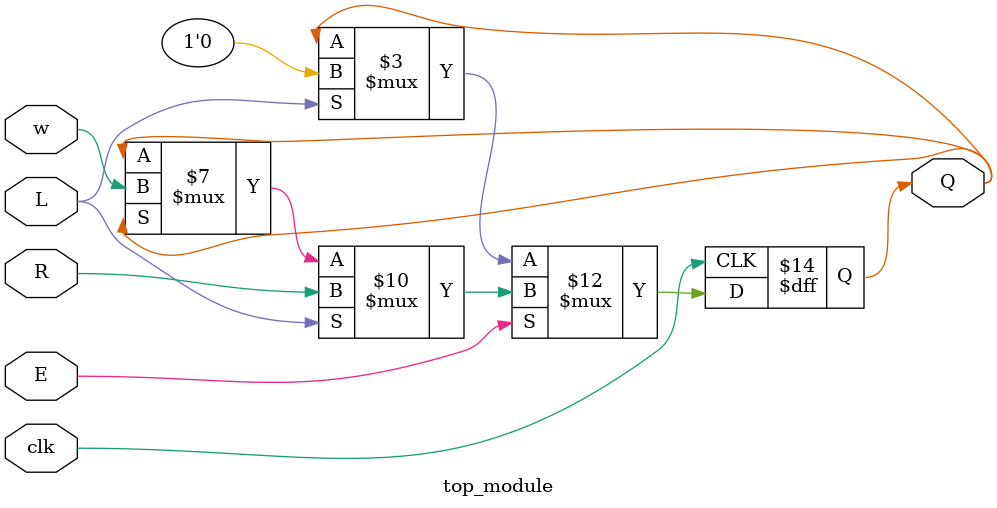
<source format=sv>
module top_module (
    input clk,
    input w,
    input R,
    input E,
    input L,
    output reg Q
);

always @(posedge clk) begin
    if (E) begin
        if (L)
            Q <= R;
        else if (Q == 1'b1)
            Q <= w;
        else
            Q <= Q;
    end
    else if (L)
        Q <= 1'b0;
end

endmodule

</source>
